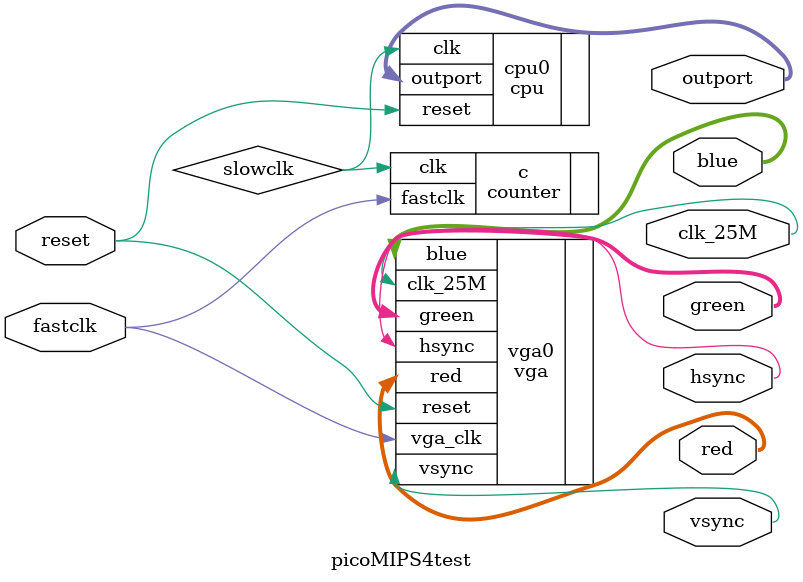
<source format=sv>
module picoMIPS4test #(parameter n=8) (
  input logic fastclk,  // 50MHz Altera DE0 clock
  input logic reset,
  output logic [n-1:0] outport, // LEDs
  output logic vsync, hsync,
  output logic[7:0] red,
	output logic[7:0] green,
	output logic[7:0] blue,
  output logic clk_25M
  ); 
  
  logic slowclk; // slow clock, about 10Hz

parameter WIDTH = 480; // default picture width
parameter HEIGHT = 320;


  // to obtain the cost figure, synthesise your design without the counter 
  // and the picoMIPS4test module using Cyclone IV E as target
  // and make a note of the synthesis statistics
  
 counter c (.fastclk(fastclk),.clk(slowclk)); // slow clk from counter
 cpu #(.n(n)) cpu0 (.clk(slowclk),.reset(reset),.outport(outport));
 vga vga0(.vga_clk(fastclk), .reset(reset), .hsync(hsync),.vsync(vsync), .red(red), .green(green), .blue(blue), .clk_25M(clk_25M));

endmodule
</source>
